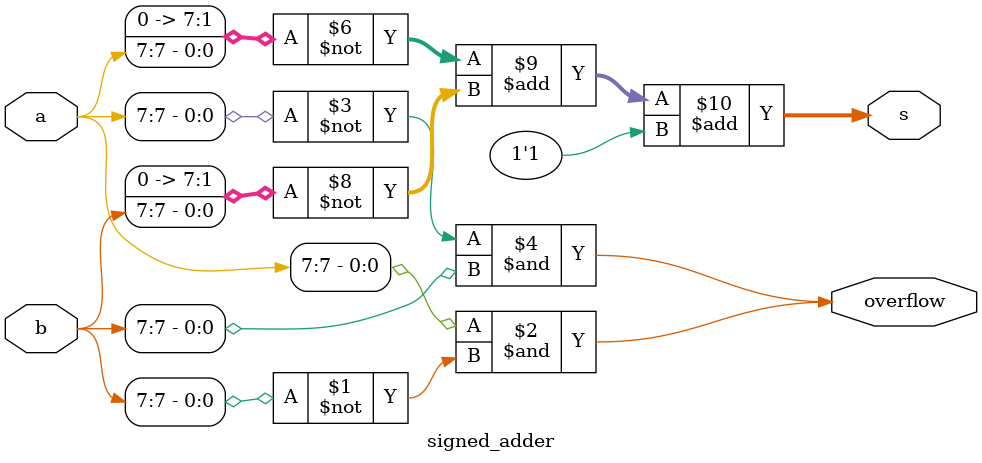
<source format=v>

module signed_adder(input [7:0] a,
    input [7:0] b,
    output [7:0] s,
    output overflow
); 

// The numbers a and b are added to the output s. 
// assign the occurence of the signed overflow of a and b to the output overflow.
// a signed overflow occurs if the most significant bits of a and b are low and the most significant bit of s is high
// a signed overflow may also occur if the most significant bits of a and b are high and the most significant bit of s is low



//If a[7] is high and b[7] is low then we have an overflow.
assign overflow = a[7] & ~b[7];

//If a[7] is low and b[7] is high then we have an overflow.
assign overflow = ~a[7] & b[7];

//Addition of two numbers with opposite signs.
assign s = ~a[7] + ~b[7] + 1'b1; 

endmodule

</source>
